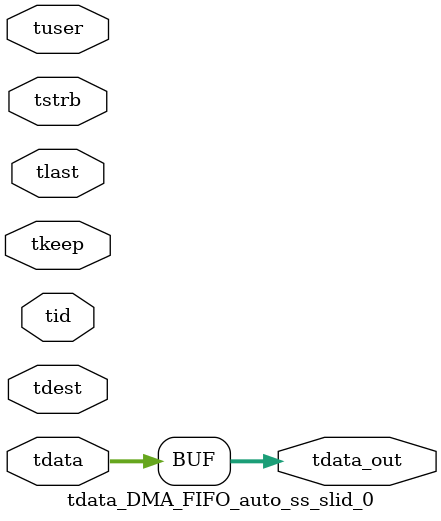
<source format=v>


`timescale 1ps/1ps

module tdata_DMA_FIFO_auto_ss_slid_0 #
(
parameter C_S_AXIS_TDATA_WIDTH = 32,
parameter C_S_AXIS_TUSER_WIDTH = 0,
parameter C_S_AXIS_TID_WIDTH   = 0,
parameter C_S_AXIS_TDEST_WIDTH = 0,
parameter C_M_AXIS_TDATA_WIDTH = 32
)
(
input  [(C_S_AXIS_TDATA_WIDTH == 0 ? 1 : C_S_AXIS_TDATA_WIDTH)-1:0     ] tdata,
input  [(C_S_AXIS_TUSER_WIDTH == 0 ? 1 : C_S_AXIS_TUSER_WIDTH)-1:0     ] tuser,
input  [(C_S_AXIS_TID_WIDTH   == 0 ? 1 : C_S_AXIS_TID_WIDTH)-1:0       ] tid,
input  [(C_S_AXIS_TDEST_WIDTH == 0 ? 1 : C_S_AXIS_TDEST_WIDTH)-1:0     ] tdest,
input  [(C_S_AXIS_TDATA_WIDTH/8)-1:0 ] tkeep,
input  [(C_S_AXIS_TDATA_WIDTH/8)-1:0 ] tstrb,
input                                                                    tlast,
output [C_M_AXIS_TDATA_WIDTH-1:0] tdata_out
);

assign tdata_out = {tdata[31:0]};

endmodule


</source>
